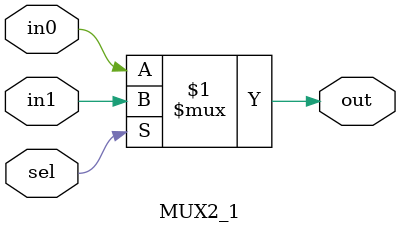
<source format=v>

module MUX2_1(in0,in1,sel,out);
    input in0,in1;
    input sel;
    output out;
    assign out = sel ? in1 : in0;

endmodule
</source>
